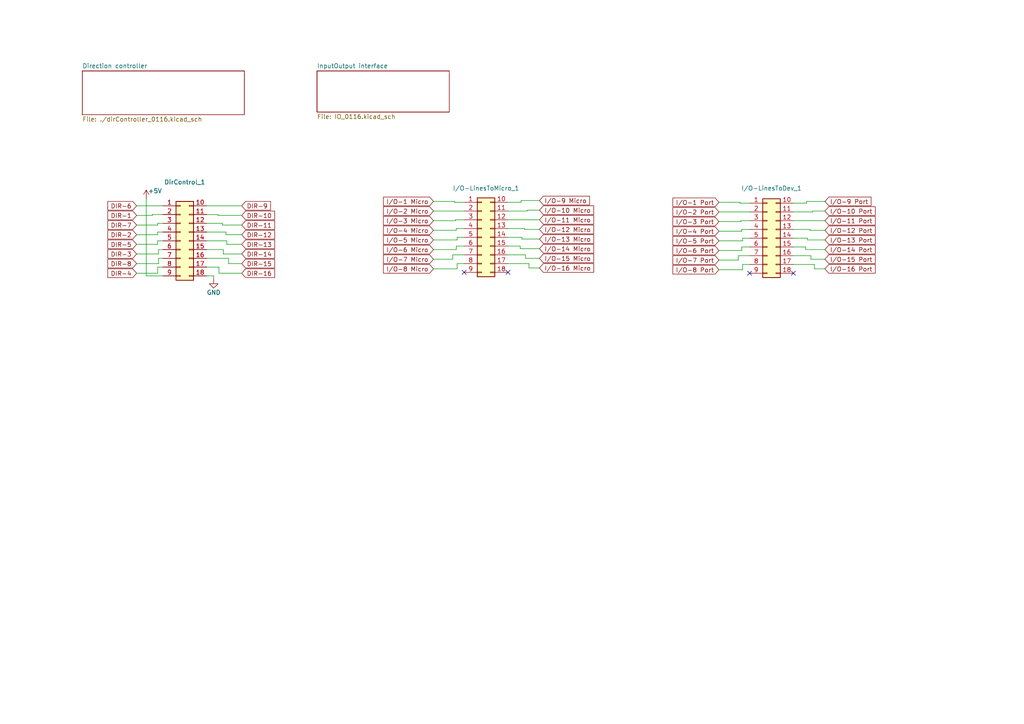
<source format=kicad_sch>
(kicad_sch (version 20250114) (generator "eeschema") (generator_version "9.0")
  (paper "A4")
  (title_block (company "Panicosoft"))
  (lib_symbols
    (symbol "Connector_Generic:Conn_02x09_Top_Bottom" (pin_names (offset 1.016) (hide yes))
      (property "Reference" "J" (at 1.27 12.7 0))
      (property "Value" "Conn_02x09_Top_Bottom" (at 1.27 -12.7 0))
      (symbol "Conn_02x09_Top_Bottom_1_1"
        (rectangle (start -1.27 11.43) (end 3.81 -11.43) (stroke (width 0.254)) (fill (type background)))
        (rectangle (start -1.27 10.287) (end 0 10.033) (stroke (width 0.1524)))
        (rectangle (start -1.27 7.747) (end 0 7.493) (stroke (width 0.1524)))
        (rectangle (start -1.27 5.207) (end 0 4.953) (stroke (width 0.1524)))
        (rectangle (start -1.27 2.667) (end 0 2.413) (stroke (width 0.1524)))
        (rectangle (start -1.27 0.127) (end 0 -0.127) (stroke (width 0.1524)))
        (rectangle (start -1.27 -2.413) (end 0 -2.667) (stroke (width 0.1524)))
        (rectangle (start -1.27 -4.953) (end 0 -5.207) (stroke (width 0.1524)))
        (rectangle (start -1.27 -7.493) (end 0 -7.747) (stroke (width 0.1524)))
        (rectangle (start -1.27 -10.033) (end 0 -10.287) (stroke (width 0.1524)))
        (rectangle (start 3.81 10.287) (end 2.54 10.033) (stroke (width 0.1524)))
        (rectangle (start 3.81 7.747) (end 2.54 7.493) (stroke (width 0.1524)))
        (rectangle (start 3.81 5.207) (end 2.54 4.953) (stroke (width 0.1524)))
        (rectangle (start 3.81 2.667) (end 2.54 2.413) (stroke (width 0.1524)))
        (rectangle (start 3.81 0.127) (end 2.54 -0.127) (stroke (width 0.1524)))
        (rectangle (start 3.81 -2.413) (end 2.54 -2.667) (stroke (width 0.1524)))
        (rectangle (start 3.81 -4.953) (end 2.54 -5.207) (stroke (width 0.1524)))
        (rectangle (start 3.81 -7.493) (end 2.54 -7.747) (stroke (width 0.1524)))
        (rectangle (start 3.81 -10.033) (end 2.54 -10.287) (stroke (width 0.1524)))
        (pin passive line (at -5.08 10.16 0) (length 3.81) (name "Pin_1") (number "1"))
        (pin passive line (at -5.08 7.62 0) (length 3.81) (name "Pin_2") (number "2"))
        (pin passive line (at -5.08 5.08 0) (length 3.81) (name "Pin_3") (number "3"))
        (pin passive line (at -5.08 2.54 0) (length 3.81) (name "Pin_4") (number "4"))
        (pin passive line (at -5.08 0 0) (length 3.81) (name "Pin_5") (number "5"))
        (pin passive line (at -5.08 -2.54 0) (length 3.81) (name "Pin_6") (number "6"))
        (pin passive line (at -5.08 -5.08 0) (length 3.81) (name "Pin_7") (number "7"))
        (pin passive line (at -5.08 -7.62 0) (length 3.81) (name "Pin_8") (number "8"))
        (pin passive line (at -5.08 -10.16 0) (length 3.81) (name "Pin_9") (number "9"))
        (pin passive line (at 7.62 10.16 180) (length 3.81) (name "Pin_10") (number "10"))
        (pin passive line (at 7.62 7.62 180) (length 3.81) (name "Pin_11") (number "11"))
        (pin passive line (at 7.62 5.08 180) (length 3.81) (name "Pin_12") (number "12"))
        (pin passive line (at 7.62 2.54 180) (length 3.81) (name "Pin_13") (number "13"))
        (pin passive line (at 7.62 0 180) (length 3.81) (name "Pin_14") (number "14"))
        (pin passive line (at 7.62 -2.54 180) (length 3.81) (name "Pin_15") (number "15"))
        (pin passive line (at 7.62 -5.08 180) (length 3.81) (name "Pin_16") (number "16"))
        (pin passive line (at 7.62 -7.62 180) (length 3.81) (name "Pin_17") (number "17"))
        (pin passive line (at 7.62 -10.16 180) (length 3.81) (name "Pin_18") (number "18"))
      )
    )
    (symbol "power:+5V" (power) (pin_numbers (hide yes)) (pin_names (offset 0) (hide yes))
      (property "Value" "+5V" (at 0 3.556 0))
      (symbol "+5V_0_1"
        (polyline (pts (xy -0.762 1.27) (xy 0 2.54)))
        (polyline (pts (xy 0 2.54) (xy 0.762 1.27)))
        (polyline (pts (xy 0 0) (xy 0 2.54)))
      )
      (symbol "+5V_1_1"
        (pin power_in line (at 0 0 90) (length 0) (name "~") (number "1"))
      )
    )
    (symbol "power:GND" (power) (pin_numbers (hide yes)) (pin_names (offset 0) (hide yes))
      (property "Value" "GND" (at 0 -3.81 0))
      (symbol "GND_0_1"
        (polyline (pts (xy 0 0) (xy 0 -1.27) (xy 1.27 -1.27) (xy 0 -2.54) (xy -1.27 -1.27) (xy 0 -1.27)))
      )
      (symbol "GND_1_1"
        (pin power_in line (at 0 0 270) (length 0) (name "~") (number "1"))
      )
    )
  )
  (no_connect (at 217.424 79.248))
  (no_connect (at 134.62 78.994))
  (no_connect (at 147.32 78.994))
  (no_connect (at 230.124 79.248))
  (wire (pts (xy 151.13 58.674) (xy 151.13 58.166)))
  (wire (pts (xy 132.334 71.374) (xy 132.334 72.39)))
  (wire (pts (xy 235.204 75.184) (xy 235.204 74.168)))
  (wire (pts (xy 66.294 74.93) (xy 59.944 74.93)))
  (wire (pts (xy 235.712 61.214) (xy 235.712 61.468)))
  (wire (pts (xy 134.62 66.294) (xy 132.334 66.294)))
  (wire (pts (xy 150.876 72.136) (xy 156.464 72.136)))
  (wire (pts (xy 208.534 67.056) (xy 215.138 67.056)))
  (wire (pts (xy 59.944 64.77) (xy 64.516 64.77)))
  (wire (pts (xy 134.62 71.374) (xy 132.334 71.374)))
  (wire (pts (xy 61.976 80.01) (xy 59.944 80.01)))
  (wire (pts (xy 230.124 64.008) (xy 239.268 64.008)))
  (wire (pts (xy 239.268 61.214) (xy 235.712 61.214)))
  (wire (pts (xy 217.424 66.548) (xy 215.138 66.548)))
  (wire (pts (xy 47.244 62.23) (xy 44.196 62.23)))
  (wire (pts (xy 65.532 67.31) (xy 59.944 67.31)))
  (wire (pts (xy 236.22 77.978) (xy 236.22 76.708)))
  (wire (pts (xy 214.884 64.262) (xy 214.884 64.008)))
  (wire (pts (xy 44.196 62.484) (xy 39.624 62.484)))
  (wire (pts (xy 45.974 76.454) (xy 39.624 76.454)))
  (wire (pts (xy 152.4 73.914) (xy 147.32 73.914)))
  (wire (pts (xy 151.13 58.166) (xy 156.464 58.166)))
  (wire (pts (xy 215.392 78.232) (xy 208.534 78.232)))
  (wire (pts (xy 65.786 70.866) (xy 70.104 70.866)))
  (wire (pts (xy 63.246 62.23) (xy 59.944 62.23)))
  (wire (pts (xy 152.146 66.548) (xy 156.464 66.548)))
  (wire (pts (xy 59.944 59.69) (xy 70.104 59.69)))
  (wire (pts (xy 208.534 64.262) (xy 214.884 64.262)))
  (wire (pts (xy 125.73 58.42) (xy 131.826 58.42)))
  (wire (pts (xy 63.246 62.484) (xy 63.246 62.23)))
  (wire (pts (xy 125.73 69.596) (xy 132.588 69.596)))
  (wire (pts (xy 47.244 72.39) (xy 45.974 72.39)))
  (wire (pts (xy 152.908 60.96) (xy 152.908 61.214)))
  (wire (pts (xy 233.68 72.39) (xy 233.68 71.628)))
  (wire (pts (xy 236.22 76.708) (xy 230.124 76.708)))
  (wire (pts (xy 132.588 76.454) (xy 132.588 77.978)))
  (wire (pts (xy 47.244 74.93) (xy 45.974 74.93)))
  (wire (pts (xy 214.122 75.438) (xy 214.122 74.168)))
  (wire (pts (xy 70.104 76.454) (xy 66.294 76.454)))
  (wire (pts (xy 45.72 79.248) (xy 39.624 79.248)))
  (wire (pts (xy 39.624 59.69) (xy 47.244 59.69)))
  (wire (pts (xy 215.392 76.708) (xy 217.424 76.708)))
  (wire (pts (xy 236.22 77.978) (xy 239.268 77.978)))
  (wire (pts (xy 125.73 66.802) (xy 132.334 66.802)))
  (wire (pts (xy 230.124 58.928) (xy 233.934 58.928)))
  (wire (pts (xy 217.424 71.628) (xy 215.138 71.628)))
  (wire (pts (xy 156.464 69.342) (xy 151.384 69.342)))
  (wire (pts (xy 234.95 66.548) (xy 230.124 66.548)))
  (wire (pts (xy 239.268 75.184) (xy 235.204 75.184)))
  (wire (pts (xy 125.73 61.214) (xy 134.62 61.214)))
  (wire (pts (xy 153.416 76.454) (xy 147.32 76.454)))
  (wire (pts (xy 132.08 63.754) (xy 134.62 63.754)))
  (wire (pts (xy 45.72 64.77) (xy 47.244 64.77)))
  (wire (pts (xy 215.392 69.088) (xy 217.424 69.088)))
  (wire (pts (xy 70.104 68.072) (xy 65.532 68.072)))
  (wire (pts (xy 215.392 76.708) (xy 215.392 78.232)))
  (wire (pts (xy 234.188 69.088) (xy 230.124 69.088)))
  (wire (pts (xy 42.418 80.01) (xy 47.244 80.01)))
  (wire (pts (xy 59.944 69.85) (xy 65.786 69.85)))
  (wire (pts (xy 152.908 61.214) (xy 147.32 61.214)))
  (wire (pts (xy 147.32 58.674) (xy 151.13 58.674)))
  (wire (pts (xy 66.294 76.454) (xy 66.294 74.93)))
  (wire (pts (xy 64.77 73.66) (xy 64.77 72.39)))
  (wire (pts (xy 44.196 62.23) (xy 44.196 62.484)))
  (wire (pts (xy 208.534 58.674) (xy 214.63 58.674)))
  (wire (pts (xy 132.588 76.454) (xy 134.62 76.454)))
  (wire (pts (xy 233.934 58.42) (xy 239.268 58.42)))
  (wire (pts (xy 132.588 68.834) (xy 134.62 68.834)))
  (wire (pts (xy 45.72 68.072) (xy 39.624 68.072)))
  (wire (pts (xy 208.534 61.468) (xy 217.424 61.468)))
  (wire (pts (xy 64.516 64.77) (xy 64.516 65.278)))
  (wire (pts (xy 233.68 71.628) (xy 230.124 71.628)))
  (wire (pts (xy 131.318 73.914) (xy 134.62 73.914)))
  (wire (pts (xy 45.72 67.31) (xy 45.72 68.072)))
  (wire (pts (xy 132.334 66.294) (xy 132.334 66.802)))
  (wire (pts (xy 131.826 58.674) (xy 134.62 58.674)))
  (wire (pts (xy 150.876 72.136) (xy 150.876 71.374)))
  (wire (pts (xy 45.974 72.39) (xy 45.974 73.66)))
  (wire (pts (xy 151.384 68.834) (xy 147.32 68.834)))
  (wire (pts (xy 47.244 77.47) (xy 45.72 77.47)))
  (wire (pts (xy 150.876 71.374) (xy 147.32 71.374)))
  (wire (pts (xy 65.532 68.072) (xy 65.532 67.31)))
  (wire (pts (xy 153.416 77.724) (xy 153.416 76.454)))
  (wire (pts (xy 45.72 69.85) (xy 47.244 69.85)))
  (wire (pts (xy 39.624 70.866) (xy 45.72 70.866)))
  (wire (pts (xy 45.974 74.93) (xy 45.974 76.454)))
  (wire (pts (xy 63.5 77.47) (xy 59.944 77.47)))
  (wire (pts (xy 132.334 72.39) (xy 125.73 72.39)))
  (wire (pts (xy 39.624 65.278) (xy 45.72 65.278)))
  (wire (pts (xy 132.08 64.008) (xy 132.08 63.754)))
  (wire (pts (xy 235.204 74.168) (xy 230.124 74.168)))
  (wire (pts (xy 70.104 62.484) (xy 63.246 62.484)))
  (wire (pts (xy 125.73 64.008) (xy 132.08 64.008)))
  (wire (pts (xy 152.146 66.548) (xy 152.146 66.294)))
  (wire (pts (xy 151.384 69.342) (xy 151.384 68.834)))
  (wire (pts (xy 235.712 61.468) (xy 230.124 61.468)))
  (wire (pts (xy 45.974 73.66) (xy 39.624 73.66)))
  (wire (pts (xy 234.95 66.802) (xy 234.95 66.548)))
  (wire (pts (xy 42.418 57.658) (xy 42.418 80.01)))
  (wire (pts (xy 64.77 72.39) (xy 59.944 72.39)))
  (wire (pts (xy 234.95 66.802) (xy 239.268 66.802)))
  (wire (pts (xy 156.464 74.93) (xy 152.4 74.93)))
  (wire (pts (xy 215.138 71.628) (xy 215.138 72.644)))
  (wire (pts (xy 131.826 58.42) (xy 131.826 58.674)))
  (wire (pts (xy 70.104 73.66) (xy 64.77 73.66)))
  (wire (pts (xy 214.884 64.008) (xy 217.424 64.008)))
  (wire (pts (xy 152.146 66.294) (xy 147.32 66.294)))
  (wire (pts (xy 45.72 77.47) (xy 45.72 79.248)))
  (wire (pts (xy 70.104 79.248) (xy 63.5 79.248)))
  (wire (pts (xy 233.934 58.928) (xy 233.934 58.42)))
  (wire (pts (xy 125.73 75.184) (xy 131.318 75.184)))
  (wire (pts (xy 214.122 74.168) (xy 217.424 74.168)))
  (wire (pts (xy 131.318 75.184) (xy 131.318 73.914)))
  (wire (pts (xy 234.188 69.596) (xy 234.188 69.088)))
  (wire (pts (xy 214.63 58.928) (xy 217.424 58.928)))
  (wire (pts (xy 61.976 81.026) (xy 61.976 80.01)))
  (wire (pts (xy 208.534 75.438) (xy 214.122 75.438)))
  (wire (pts (xy 147.32 63.754) (xy 156.464 63.754)))
  (wire (pts (xy 47.244 67.31) (xy 45.72 67.31)))
  (wire (pts (xy 239.268 69.596) (xy 234.188 69.596)))
  (wire (pts (xy 65.786 69.85) (xy 65.786 70.866)))
  (wire (pts (xy 208.534 69.85) (xy 215.392 69.85)))
  (wire (pts (xy 132.588 77.978) (xy 125.73 77.978)))
  (wire (pts (xy 132.588 69.596) (xy 132.588 68.834)))
  (wire (pts (xy 233.68 72.39) (xy 239.268 72.39)))
  (wire (pts (xy 214.63 58.674) (xy 214.63 58.928)))
  (wire (pts (xy 63.5 79.248) (xy 63.5 77.47)))
  (wire (pts (xy 215.138 72.644) (xy 208.534 72.644)))
  (wire (pts (xy 215.138 66.548) (xy 215.138 67.056)))
  (wire (pts (xy 45.72 70.866) (xy 45.72 69.85)))
  (wire (pts (xy 45.72 65.278) (xy 45.72 64.77)))
  (wire (pts (xy 215.392 69.85) (xy 215.392 69.088)))
  (wire (pts (xy 152.4 74.93) (xy 152.4 73.914)))
  (wire (pts (xy 64.516 65.278) (xy 70.104 65.278)))
  (wire (pts (xy 153.416 77.724) (xy 156.464 77.724)))
  (wire (pts (xy 156.464 60.96) (xy 152.908 60.96)))
  (global_label "I{slash}O-7 Port" (shape input) (at 208.534 75.438 180) (property "Intersheetrefs" "${INTERSHEET_REFS}" (effects (hide yes))))
  (global_label "DIR-2" (shape input) (at 39.624 68.072 180) (property "Intersheetrefs" "${INTERSHEET_REFS}" (effects (hide yes))))
  (global_label "I{slash}O-11 Port" (shape input) (at 239.268 64.008 0) (property "Intersheetrefs" "${INTERSHEET_REFS}" (effects (hide yes))))
  (global_label "I{slash}O-2 Port" (shape input) (at 208.534 61.468 180) (property "Intersheetrefs" "${INTERSHEET_REFS}" (effects (hide yes))))
  (global_label "I{slash}O-12 Port" (shape input) (at 239.268 66.802 0) (property "Intersheetrefs" "${INTERSHEET_REFS}" (effects (hide yes))))
  (global_label "I{slash}O-15 Port" (shape input) (at 239.268 75.184 0) (property "Intersheetrefs" "${INTERSHEET_REFS}" (effects (hide yes))))
  (global_label "I{slash}O-10 Micro" (shape input) (at 156.464 60.96 0) (property "Intersheetrefs" "${INTERSHEET_REFS}" (effects (hide yes))))
  (global_label "I{slash}O-8 Micro" (shape input) (at 125.73 77.978 180) (property "Intersheetrefs" "${INTERSHEET_REFS}" (effects (hide yes))))
  (global_label "I{slash}O-16 Micro" (shape input) (at 156.464 77.724 0) (property "Intersheetrefs" "${INTERSHEET_REFS}" (effects (hide yes))))
  (global_label "I{slash}O-10 Port" (shape input) (at 239.268 61.214 0) (property "Intersheetrefs" "${INTERSHEET_REFS}" (effects (hide yes))))
  (global_label "I{slash}O-5 Micro" (shape input) (at 125.73 69.596 180) (property "Intersheetrefs" "${INTERSHEET_REFS}" (effects (hide yes))))
  (global_label "I{slash}O-5 Port" (shape input) (at 208.534 69.85 180) (property "Intersheetrefs" "${INTERSHEET_REFS}" (effects (hide yes))))
  (global_label "DIR-16" (shape input) (at 70.104 79.248 0) (property "Intersheetrefs" "${INTERSHEET_REFS}" (effects (hide yes))))
  (global_label "I{slash}O-4 Port" (shape input) (at 208.534 67.056 180) (property "Intersheetrefs" "${INTERSHEET_REFS}" (effects (hide yes))))
  (global_label "DIR-5" (shape input) (at 39.624 70.866 180) (property "Intersheetrefs" "${INTERSHEET_REFS}" (effects (hide yes))))
  (global_label "DIR-11" (shape input) (at 70.104 65.278 0) (property "Intersheetrefs" "${INTERSHEET_REFS}" (effects (hide yes))))
  (global_label "I{slash}O-4 Micro" (shape input) (at 125.73 66.802 180) (property "Intersheetrefs" "${INTERSHEET_REFS}" (effects (hide yes))))
  (global_label "DIR-4" (shape input) (at 39.624 79.248 180) (property "Intersheetrefs" "${INTERSHEET_REFS}" (effects (hide yes))))
  (global_label "DIR-13" (shape input) (at 70.104 70.866 0) (property "Intersheetrefs" "${INTERSHEET_REFS}" (effects (hide yes))))
  (global_label "I{slash}O-14 Micro" (shape input) (at 156.464 72.136 0) (property "Intersheetrefs" "${INTERSHEET_REFS}" (effects (hide yes))))
  (global_label "I{slash}O-1 Port" (shape input) (at 208.534 58.674 180) (property "Intersheetrefs" "${INTERSHEET_REFS}" (effects (hide yes))))
  (global_label "DIR-7" (shape input) (at 39.624 65.278 180) (property "Intersheetrefs" "${INTERSHEET_REFS}" (effects (hide yes))))
  (global_label "I{slash}O-9 Port" (shape input) (at 239.268 58.42 0) (property "Intersheetrefs" "${INTERSHEET_REFS}" (effects (hide yes))))
  (global_label "DIR-14" (shape input) (at 70.104 73.66 0) (property "Intersheetrefs" "${INTERSHEET_REFS}" (effects (hide yes))))
  (global_label "DIR-9" (shape input) (at 70.104 59.69 0) (property "Intersheetrefs" "${INTERSHEET_REFS}" (effects (hide yes))))
  (global_label "I{slash}O-6 Micro" (shape input) (at 125.73 72.39 180) (property "Intersheetrefs" "${INTERSHEET_REFS}" (effects (hide yes))))
  (global_label "I{slash}O-11 Micro" (shape input) (at 156.464 63.754 0) (property "Intersheetrefs" "${INTERSHEET_REFS}" (effects (hide yes))))
  (global_label "I{slash}O-3 Micro" (shape input) (at 125.73 64.008 180) (property "Intersheetrefs" "${INTERSHEET_REFS}" (effects (hide yes))))
  (global_label "I{slash}O-3 Port" (shape input) (at 208.534 64.262 180) (property "Intersheetrefs" "${INTERSHEET_REFS}" (effects (hide yes))))
  (global_label "I{slash}O-12 Micro" (shape input) (at 156.464 66.548 0) (property "Intersheetrefs" "${INTERSHEET_REFS}" (effects (hide yes))))
  (global_label "DIR-3" (shape input) (at 39.624 73.66 180) (property "Intersheetrefs" "${INTERSHEET_REFS}" (effects (hide yes))))
  (global_label "DIR-1" (shape input) (at 39.624 62.484 180) (property "Intersheetrefs" "${INTERSHEET_REFS}" (effects (hide yes))))
  (global_label "I{slash}O-6 Port" (shape input) (at 208.534 72.644 180) (property "Intersheetrefs" "${INTERSHEET_REFS}" (effects (hide yes))))
  (global_label "DIR-15" (shape input) (at 70.104 76.454 0) (property "Intersheetrefs" "${INTERSHEET_REFS}" (effects (hide yes))))
  (global_label "DIR-6" (shape input) (at 39.624 59.69 180) (property "Intersheetrefs" "${INTERSHEET_REFS}" (effects (hide yes))))
  (global_label "I{slash}O-2 Micro" (shape input) (at 125.73 61.214 180) (property "Intersheetrefs" "${INTERSHEET_REFS}" (effects (hide yes))))
  (global_label "I{slash}O-13 Micro" (shape input) (at 156.464 69.342 0) (property "Intersheetrefs" "${INTERSHEET_REFS}" (effects (hide yes))))
  (global_label "I{slash}O-16 Port" (shape input) (at 239.268 77.978 0) (property "Intersheetrefs" "${INTERSHEET_REFS}" (effects (hide yes))))
  (global_label "I{slash}O-8 Port" (shape input) (at 208.534 78.232 180) (property "Intersheetrefs" "${INTERSHEET_REFS}" (effects (hide yes))))
  (global_label "I{slash}O-1 Micro" (shape input) (at 125.73 58.42 180) (property "Intersheetrefs" "${INTERSHEET_REFS}" (effects (hide yes))))
  (global_label "I{slash}O-7 Micro" (shape input) (at 125.73 75.184 180) (property "Intersheetrefs" "${INTERSHEET_REFS}" (effects (hide yes))))
  (global_label "I{slash}O-15 Micro" (shape input) (at 156.464 74.93 0) (property "Intersheetrefs" "${INTERSHEET_REFS}" (effects (hide yes))))
  (global_label "DIR-10" (shape input) (at 70.104 62.484 0) (property "Intersheetrefs" "${INTERSHEET_REFS}" (effects (hide yes))))
  (global_label "DIR-12" (shape input) (at 70.104 68.072 0) (property "Intersheetrefs" "${INTERSHEET_REFS}" (effects (hide yes))))
  (global_label "I{slash}O-13 Port" (shape input) (at 239.268 69.596 0) (property "Intersheetrefs" "${INTERSHEET_REFS}" (effects (hide yes))))
  (global_label "DIR-8" (shape input) (at 39.624 76.454 180) (property "Intersheetrefs" "${INTERSHEET_REFS}" (effects (hide yes))))
  (global_label "I{slash}O-9 Micro" (shape input) (at 156.464 58.166 0) (property "Intersheetrefs" "${INTERSHEET_REFS}" (effects (hide yes))))
  (global_label "I{slash}O-14 Port" (shape input) (at 239.268 72.39 0) (property "Intersheetrefs" "${INTERSHEET_REFS}" (effects (hide yes))))
  (symbol (lib_id "Connector_Generic:Conn_02x09_Top_Bottom") (at 222.504 69.088 0) (unit 1)
    (property "Reference" "I/O-LinesToDev_1" (at 223.774 54.61 0))
    (property "Value" "Conn_02x09_Top_Bottom" (effects (hide yes)))
    (property "Footprint" "Connector_PinHeader_2.54mm:PinHeader_2x09_P2.54mm_Vertical" (effects (hide yes)))
    (property "Description" "Generic connector, double row, 02x09, top/bottom pin numbering scheme (row 1: 1...pins_per_row, row2: pins_per_row+1 ... num_pins), script generated (kicad-library-utils/schlib/autogen/connector/)" (effects (hide yes)))
  )
  (symbol (lib_id "power:GND") (at 61.976 81.026 0) (unit 1)
    (property "Reference" "#PWR02" (effects (hide yes)))
    (property "Value" "GND" (at 61.976 84.836 0))
    (property "Description" "Power symbol creates a global label with name \"GND\" , ground" (effects (hide yes)))
  )
  (symbol (lib_id "power:+5V") (at 42.418 57.658 0) (unit 1)
    (property "Reference" "#PWR01" (effects (hide yes)))
    (property "Value" "+5V" (at 44.958 55.372 0))
    (property "Description" "Power symbol creates a global label with name \"+5V\"" (effects (hide yes)))
  )
  (symbol (lib_id "Connector_Generic:Conn_02x09_Top_Bottom") (at 139.7 68.834 0) (unit 1)
    (property "Reference" "I/O-LinesToMicro_1" (at 140.97 54.61 0))
    (property "Value" "Conn_02x09_Top_Bottom" (effects (hide yes)))
    (property "Footprint" "Connector_PinHeader_2.54mm:PinHeader_2x09_P2.54mm_Vertical" (effects (hide yes)))
    (property "Description" "Generic connector, double row, 02x09, top/bottom pin numbering scheme (row 1: 1...pins_per_row, row2: pins_per_row+1 ... num_pins), script generated (kicad-library-utils/schlib/autogen/connector/)" (effects (hide yes)))
  )
  (symbol (lib_id "Connector_Generic:Conn_02x09_Top_Bottom") (at 52.324 69.85 0) (unit 1)
    (property "Reference" "DirControl_1" (at 53.594 52.832 0))
    (property "Value" "Conn_02x09_Top_Bottom" (effects (hide yes)))
    (property "Footprint" "Connector_PinHeader_2.54mm:PinHeader_2x09_P2.54mm_Vertical" (effects (hide yes)))
    (property "Description" "Generic connector, double row, 02x09, top/bottom pin numbering scheme (row 1: 1...pins_per_row, row2: pins_per_row+1 ... num_pins), script generated (kicad-library-utils/schlib/autogen/connector/)" (effects (hide yes)))
  )
  (sheet (at 23.876 20.574) (size 46.99 12.7) (stroke (width 0.1524))
    (property "Sheetname" "Direction controller" (at 23.876 19.8624 0) (effects (justify left bottom)))
    (property "Sheetfile" "./dirController_0116.kicad_sch" (at 23.876 33.8586 0) (effects (justify left top)))
  )
  (sheet (at 91.948 20.574) (size 38.354 11.938) (stroke (width 0.1524))
    (property "Sheetname" "InputOutput interface" (at 91.948 19.8624 0) (effects (justify left bottom)))
    (property "Sheetfile" "IO_0116.kicad_sch" (at 91.948 33.0966 0) (effects (justify left top)))
  )
)
</source>
